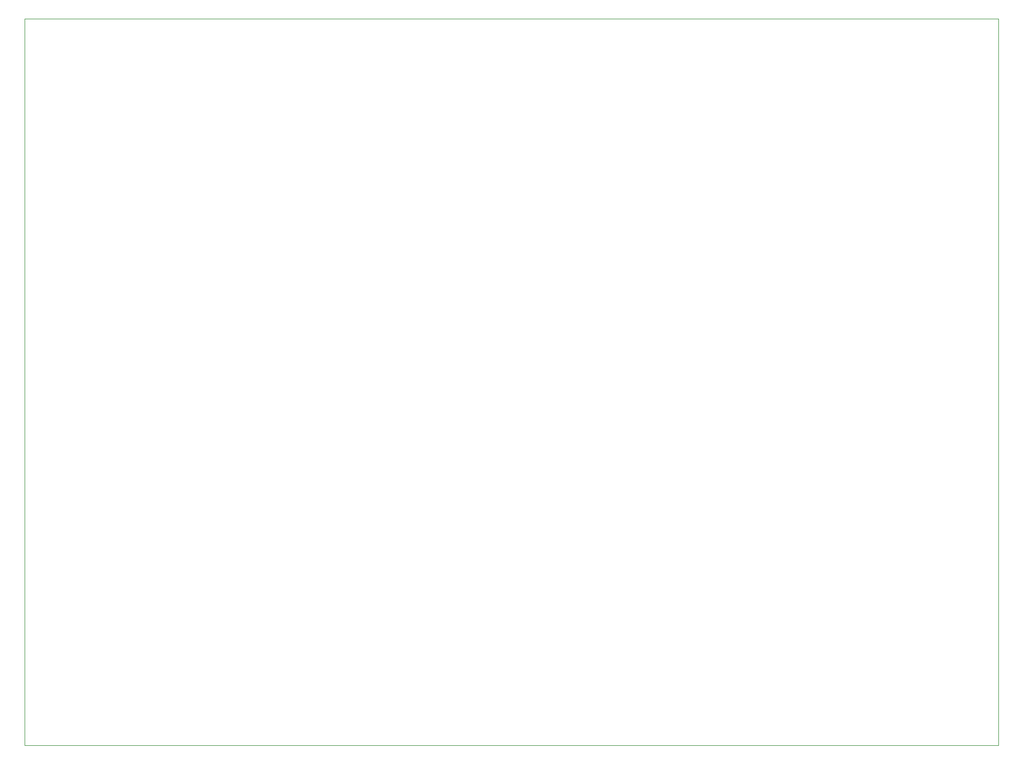
<source format=gbr>
G04 #@! TF.GenerationSoftware,KiCad,Pcbnew,5.1.4*
G04 #@! TF.CreationDate,2019-08-23T02:01:12-04:00*
G04 #@! TF.ProjectId,flipdot_driver,666c6970-646f-4745-9f64-72697665722e,rev?*
G04 #@! TF.SameCoordinates,Original*
G04 #@! TF.FileFunction,Profile,NP*
%FSLAX46Y46*%
G04 Gerber Fmt 4.6, Leading zero omitted, Abs format (unit mm)*
G04 Created by KiCad (PCBNEW 5.1.4) date 2019-08-23 02:01:12*
%MOMM*%
%LPD*%
G04 APERTURE LIST*
%ADD10C,0.100000*%
G04 APERTURE END LIST*
D10*
X217020000Y-148290000D02*
X217020000Y-148260000D01*
X62920000Y-148290000D02*
X217020000Y-148290000D01*
X62920000Y-33260000D02*
X62920000Y-148290000D01*
X217020000Y-33260000D02*
X62920000Y-33260000D01*
X217020000Y-34970000D02*
X217020000Y-33260000D01*
X217020000Y-148260000D02*
X217020000Y-34970000D01*
M02*

</source>
